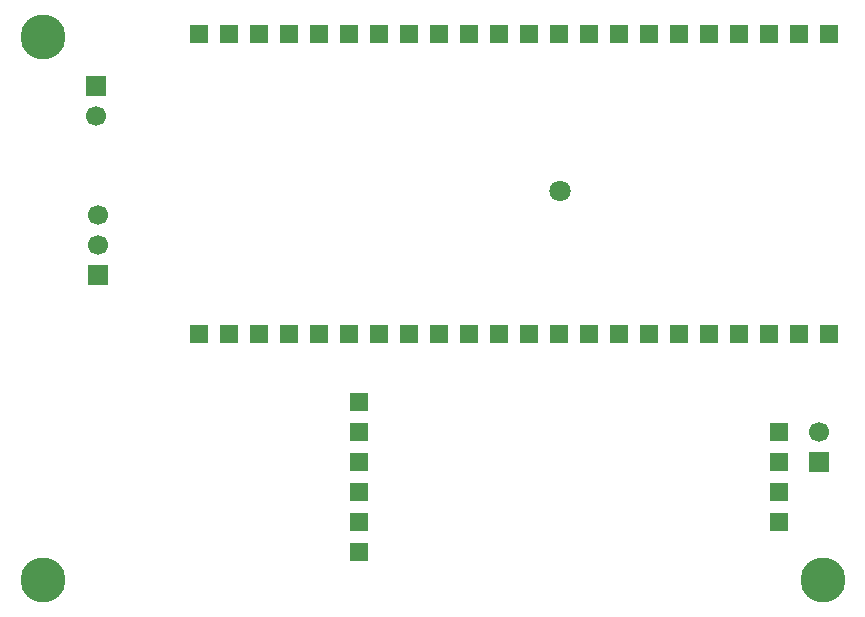
<source format=gbr>
%TF.GenerationSoftware,KiCad,Pcbnew,9.0.5*%
%TF.CreationDate,2025-11-19T03:22:03+02:00*%
%TF.ProjectId,Cronus,43726f6e-7573-42e6-9b69-6361645f7063,rev?*%
%TF.SameCoordinates,PX649cd60PY6c7aff0*%
%TF.FileFunction,Soldermask,Top*%
%TF.FilePolarity,Negative*%
%FSLAX46Y46*%
G04 Gerber Fmt 4.6, Leading zero omitted, Abs format (unit mm)*
G04 Created by KiCad (PCBNEW 9.0.5) date 2025-11-19 03:22:03*
%MOMM*%
%LPD*%
G01*
G04 APERTURE LIST*
%ADD10R,1.600000X1.600000*%
%ADD11C,3.800000*%
%ADD12R,1.700000X1.700000*%
%ADD13C,1.700000*%
%ADD14C,1.800000*%
G04 APERTURE END LIST*
D10*
%TO.C,U2*%
X29775525Y18083834D03*
X29775525Y15543834D03*
X29775525Y13003834D03*
X29775525Y10463834D03*
X29775525Y7923834D03*
X29775525Y5383834D03*
X65349353Y7925132D03*
X65349353Y10465132D03*
X65349353Y13005132D03*
X65349353Y15545132D03*
%TD*%
D11*
%TO.C,H1*%
X3000000Y49000000D03*
%TD*%
D12*
%TO.C,J3*%
X68700670Y12960329D03*
D13*
X68700670Y15500329D03*
%TD*%
D11*
%TO.C,H3*%
X3000000Y3000000D03*
%TD*%
D10*
%TO.C,U1*%
X69506000Y49234000D03*
X66966000Y49234000D03*
X64426000Y49234000D03*
X61886000Y49234000D03*
X59346000Y49234000D03*
X56806000Y49234000D03*
X54266000Y49234000D03*
X51726000Y49234000D03*
X49186000Y49234000D03*
X46646000Y49234000D03*
X44106000Y49234000D03*
X41566000Y49234000D03*
X39026000Y49234000D03*
X36486000Y49234000D03*
X33946000Y49234000D03*
X31406000Y49234000D03*
X28866000Y49234000D03*
X26326000Y49234000D03*
X23786000Y49234000D03*
X21246000Y49234000D03*
X18706000Y49234000D03*
X16166000Y49234000D03*
X16166000Y23834000D03*
X18706000Y23834000D03*
X21246000Y23834000D03*
X23786000Y23834000D03*
X26326000Y23834000D03*
X28866000Y23834000D03*
X31406000Y23834000D03*
X33946000Y23834000D03*
X36486000Y23834000D03*
X39026000Y23834000D03*
X41566000Y23834000D03*
X44106000Y23834000D03*
X46646000Y23834000D03*
X49186000Y23834000D03*
X51726000Y23834000D03*
X54266000Y23834000D03*
X56806000Y23834000D03*
X59346000Y23834000D03*
X61886000Y23834000D03*
X64426000Y23834000D03*
X66966000Y23834000D03*
X69506000Y23834000D03*
%TD*%
D11*
%TO.C,H4*%
X69000000Y3000000D03*
%TD*%
D12*
%TO.C,J8*%
X7620000Y28829000D03*
D13*
X7620000Y31369000D03*
X7620000Y33909000D03*
%TD*%
D12*
%TO.C,J4*%
X7493000Y44836000D03*
D13*
X7493000Y42296000D03*
%TD*%
D14*
X46736000Y35941000D03*
M02*

</source>
